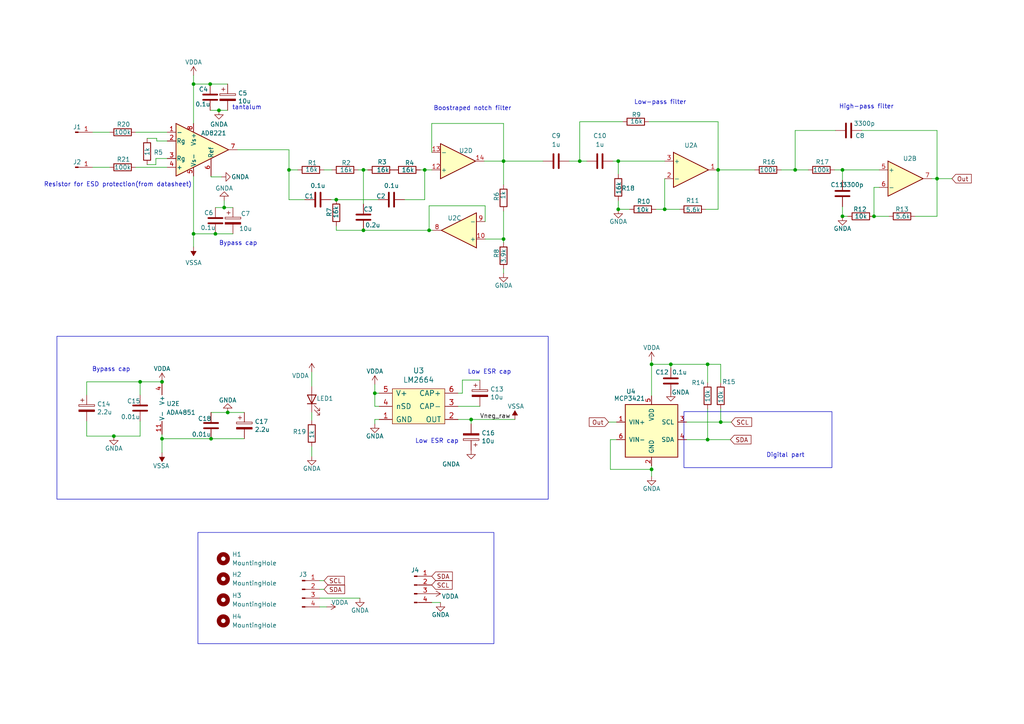
<source format=kicad_sch>
(kicad_sch (version 20230121) (generator eeschema)
  (paper "A4")
  (lib_symbols
    (symbol "Amplifier_Instrumentation:AD620" (pin_names (offset 0.127))
      (property "Reference" "U1" (at 12.446 4.1909 0))
      (property "Value" "AD620" (at 12.446 1.6509 0))
      (symbol "AD620_0_1"
        (polyline (pts (xy -7.62 7.62) (xy -7.62 -7.62) (xy 7.62 0) (xy -7.62 7.62)) (stroke (width 0.254)) (fill (type background)))
      )
      (symbol "AD620_1_1"
        (pin input line (at -10.16 5.08 0) (length 2.54) (name "-") (number "1"))
        (pin passive line (at -10.16 2.54 0) (length 2.54) (name "Rg") (number "2"))
        (pin passive line (at -10.16 -2.54 0) (length 2.54) (name "Rg") (number "3"))
        (pin input line (at -10.16 -5.08 0) (length 2.54) (name "+") (number "4"))
        (pin power_in line (at -2.54 -7.62 90) (length 2.54) (name "Vs-") (number "5"))
        (pin passive line (at 2.54 -7.62 90) (length 5.08) (name "Ref") (number "6"))
        (pin output line (at 10.16 0 180) (length 2.54) (name "~") (number "7"))
        (pin power_in line (at -2.54 7.62 270) (length 2.54) (name "Vs+") (number "8"))
      )
    )
    (symbol "Amplifier_Operational:LM2902" (pin_names (offset 0.127))
      (property "Reference" "U" (at 0 5.08 0))
      (property "Value" "LM2902" (at 0 -5.08 0))
      (symbol "LM2902_1_1"
        (polyline (pts (xy -5.08 5.08) (xy 5.08 0) (xy -5.08 -5.08) (xy -5.08 5.08)) (stroke (width 0.254)) (fill (type background)))
        (pin output line (at 7.62 0 180) (length 2.54) (name "~") (number "1"))
        (pin input line (at -7.62 -2.54 0) (length 2.54) (name "-") (number "2"))
        (pin input line (at -7.62 2.54 0) (length 2.54) (name "+") (number "3"))
      )
      (symbol "LM2902_2_1"
        (polyline (pts (xy -5.08 5.08) (xy 5.08 0) (xy -5.08 -5.08) (xy -5.08 5.08)) (stroke (width 0.254)) (fill (type background)))
        (pin input line (at -7.62 2.54 0) (length 2.54) (name "+") (number "5"))
        (pin input line (at -7.62 -2.54 0) (length 2.54) (name "-") (number "6"))
        (pin output line (at 7.62 0 180) (length 2.54) (name "~") (number "7"))
      )
      (symbol "LM2902_3_1"
        (polyline (pts (xy -5.08 5.08) (xy 5.08 0) (xy -5.08 -5.08) (xy -5.08 5.08)) (stroke (width 0.254)) (fill (type background)))
        (pin input line (at -7.62 2.54 0) (length 2.54) (name "+") (number "10"))
        (pin output line (at 7.62 0 180) (length 2.54) (name "~") (number "8"))
        (pin input line (at -7.62 -2.54 0) (length 2.54) (name "-") (number "9"))
      )
      (symbol "LM2902_4_1"
        (polyline (pts (xy -5.08 5.08) (xy 5.08 0) (xy -5.08 -5.08) (xy -5.08 5.08)) (stroke (width 0.254)) (fill (type background)))
        (pin input line (at -7.62 2.54 0) (length 2.54) (name "+") (number "12"))
        (pin input line (at -7.62 -2.54 0) (length 2.54) (name "-") (number "13"))
        (pin output line (at 7.62 0 180) (length 2.54) (name "~") (number "14"))
      )
      (symbol "LM2902_5_1"
        (pin power_in line (at -2.54 -7.62 90) (length 3.81) (name "V-") (number "11"))
        (pin power_in line (at -2.54 7.62 270) (length 3.81) (name "V+") (number "4"))
      )
    )
    (symbol "Analog_ADC:ADS1110" (pin_names (offset 1.016))
      (property "Reference" "U" (at -7.62 8.89 0))
      (property "Value" "ADS1110" (at 1.27 8.89 0))
      (symbol "ADS1110_0_1"
        (rectangle (start -7.62 7.62) (end 7.62 -7.62) (stroke (width 0.254)) (fill (type background)))
      )
      (symbol "ADS1110_1_1"
        (pin input line (at -10.16 2.54 0) (length 2.54) (name "VIN+") (number "1"))
        (pin power_in line (at 0 -10.16 90) (length 2.54) (name "GND") (number "2"))
        (pin input line (at 10.16 2.54 180) (length 2.54) (name "SCL") (number "3"))
        (pin bidirectional line (at 10.16 -2.54 180) (length 2.54) (name "SDA") (number "4"))
        (pin power_in line (at 0 10.16 270) (length 2.54) (name "VDD") (number "5"))
        (pin input line (at -10.16 -2.54 0) (length 2.54) (name "VIN-") (number "6"))
      )
    )
    (symbol "BioElectricalSensor-rescue:CP-Device" (pin_numbers hide) (pin_names (offset 0.254))
      (property "Reference" "C" (at 0.635 2.54 0))
      (property "Value" "CP-Device" (at 0.635 -2.54 0))
      (symbol "CP-Device_0_1"
        (rectangle (start -2.286 0.508) (end 2.286 1.016))
        (polyline (pts (xy -1.778 2.286) (xy -0.762 2.286)))
        (polyline (pts (xy -1.27 2.794) (xy -1.27 1.778)))
        (rectangle (start 2.286 -0.508) (end -2.286 -1.016) (fill (type outline)))
      )
      (symbol "CP-Device_1_1"
        (pin passive line (at 0 3.81 270) (length 2.794) (name "~") (number "1"))
        (pin passive line (at 0 -3.81 90) (length 2.794) (name "~") (number "2"))
      )
    )
    (symbol "C10418:LM2664" (pin_names (offset 1.016))
      (property "Reference" "U" (at -6.35 6.35 0))
      (property "Value" "LM2664" (at 0 -6.35 0))
      (symbol "LM2664_0_1"
        (rectangle (start -7.62 5.08) (end 7.62 -5.08) (fill (type background)))
      )
      (symbol "LM2664_1_1"
        (pin input line (at -11.43 -3.81 0) (length 3.81) (name "GND") (number "1"))
        (pin power_out line (at 11.43 -3.81 180) (length 3.81) (name "OUT") (number "2"))
        (pin input line (at 11.43 0 180) (length 3.81) (name "CAP-") (number "3"))
        (pin input line (at -11.43 0 0) (length 3.81) (name "nSD") (number "4"))
        (pin input line (at -11.43 3.81 0) (length 3.81) (name "V+") (number "5"))
        (pin input line (at 11.43 3.81 180) (length 3.81) (name "CAP+") (number "6"))
      )
    )
    (symbol "Connector:Conn_01x01_Pin" (pin_names (offset 1.016) hide)
      (property "Reference" "J" (at 0 2.54 0))
      (property "Value" "Conn_01x01_Pin" (at 0 -2.54 0))
      (symbol "Conn_01x01_Pin_1_1"
        (polyline (pts (xy 1.27 0) (xy 0.8636 0)) (stroke (width 0.1524)))
        (rectangle (start 0.8636 0.127) (end 0 -0.127) (stroke (width 0.1524)) (fill (type outline)))
        (pin passive line (at 5.08 0 180) (length 3.81) (name "Pin_1") (number "1"))
      )
    )
    (symbol "Connector:Conn_01x04_Pin" (pin_names (offset 1.016) hide)
      (property "Reference" "J" (at 0 5.08 0))
      (property "Value" "Conn_01x04_Pin" (at 0 -7.62 0))
      (symbol "Conn_01x04_Pin_1_1"
        (polyline (pts (xy 1.27 -5.08) (xy 0.8636 -5.08)) (stroke (width 0.1524)))
        (polyline (pts (xy 1.27 -2.54) (xy 0.8636 -2.54)) (stroke (width 0.1524)))
        (polyline (pts (xy 1.27 0) (xy 0.8636 0)) (stroke (width 0.1524)))
        (polyline (pts (xy 1.27 2.54) (xy 0.8636 2.54)) (stroke (width 0.1524)))
        (rectangle (start 0.8636 -4.953) (end 0 -5.207) (stroke (width 0.1524)) (fill (type outline)))
        (rectangle (start 0.8636 -2.413) (end 0 -2.667) (stroke (width 0.1524)) (fill (type outline)))
        (rectangle (start 0.8636 0.127) (end 0 -0.127) (stroke (width 0.1524)) (fill (type outline)))
        (rectangle (start 0.8636 2.667) (end 0 2.413) (stroke (width 0.1524)) (fill (type outline)))
        (pin passive line (at 5.08 2.54 180) (length 3.81) (name "Pin_1") (number "1"))
        (pin passive line (at 5.08 0 180) (length 3.81) (name "Pin_2") (number "2"))
        (pin passive line (at 5.08 -2.54 180) (length 3.81) (name "Pin_3") (number "3"))
        (pin passive line (at 5.08 -5.08 180) (length 3.81) (name "Pin_4") (number "4"))
      )
    )
    (symbol "Device:C" (pin_numbers hide) (pin_names (offset 0.254))
      (property "Reference" "C" (at 0.635 2.54 0))
      (property "Value" "C" (at 0.635 -2.54 0))
      (symbol "C_0_1"
        (polyline (pts (xy -2.032 -0.762) (xy 2.032 -0.762)) (stroke (width 0.508)))
        (polyline (pts (xy -2.032 0.762) (xy 2.032 0.762)) (stroke (width 0.508)))
      )
      (symbol "C_1_1"
        (pin passive line (at 0 3.81 270) (length 2.794) (name "~") (number "1"))
        (pin passive line (at 0 -3.81 90) (length 2.794) (name "~") (number "2"))
      )
    )
    (symbol "Device:R" (pin_numbers hide) (pin_names (offset 0))
      (property "Reference" "R" (at 2.032 0 90))
      (property "Value" "R" (at 0 0 90))
      (symbol "R_0_1"
        (rectangle (start -1.016 -2.54) (end 1.016 2.54) (stroke (width 0.254)))
      )
      (symbol "R_1_1"
        (pin passive line (at 0 3.81 270) (length 1.27) (name "~") (number "1"))
        (pin passive line (at 0 -3.81 90) (length 1.27) (name "~") (number "2"))
      )
    )
    (symbol "LED:IR26-21C_L110_TR8" (pin_numbers hide) (pin_names (offset 1.016) hide)
      (property "Reference" "D" (at 0 2.54 0))
      (property "Value" "IR26-21C_L110_TR8" (at 0 -3.81 0))
      (symbol "IR26-21C_L110_TR8_0_1"
        (polyline (pts (xy -1.27 -1.27) (xy -1.27 1.27)) (stroke (width 0.254)))
        (polyline (pts (xy -1.27 0) (xy 1.27 0)))
        (polyline (pts (xy 1.27 -1.27) (xy 1.27 1.27) (xy -1.27 0) (xy 1.27 -1.27)) (stroke (width 0.254)))
        (polyline (pts (xy -3.048 -0.762) (xy -4.572 -2.286) (xy -3.81 -2.286) (xy -4.572 -2.286) (xy -4.572 -1.524)))
        (polyline (pts (xy -1.778 -0.762) (xy -3.302 -2.286) (xy -2.54 -2.286) (xy -3.302 -2.286) (xy -3.302 -1.524)))
      )
      (symbol "IR26-21C_L110_TR8_1_1"
        (pin passive line (at -3.81 0 0) (length 2.54) (name "K") (number "1"))
        (pin passive line (at 3.81 0 180) (length 2.54) (name "A") (number "2"))
      )
    )
    (symbol "Mechanical:MountingHole" (pin_names (offset 1.016))
      (property "Reference" "H" (at 0 5.08 0))
      (property "Value" "MountingHole" (at 0 3.175 0))
      (symbol "MountingHole_0_1"
        (circle (center 0 0) (radius 1.27) (stroke (width 1.27)))
      )
    )
    (symbol "power:GNDA" (power) (pin_names (offset 0))
      (property "Value" "GNDA" (at 0 -3.81 0))
      (symbol "GNDA_0_1"
        (polyline (pts (xy 0 0) (xy 0 -1.27) (xy 1.27 -1.27) (xy 0 -2.54) (xy -1.27 -1.27) (xy 0 -1.27)))
      )
      (symbol "GNDA_1_1"
        (pin power_in line (at 0 0 270) (length 0) hide (name "GNDA") (number "1"))
      )
    )
    (symbol "power:VDDA" (power) (pin_names (offset 0))
      (property "Value" "VDDA" (at 0 3.81 0))
      (symbol "VDDA_0_1"
        (polyline (pts (xy -0.762 1.27) (xy 0 2.54)))
        (polyline (pts (xy 0 0) (xy 0 2.54)))
        (polyline (pts (xy 0 2.54) (xy 0.762 1.27)))
      )
      (symbol "VDDA_1_1"
        (pin power_in line (at 0 0 90) (length 0) hide (name "VDDA") (number "1"))
      )
    )
    (symbol "power:VSSA" (power) (pin_names (offset 0))
      (property "Value" "VSSA" (at 0 3.81 0))
      (symbol "VSSA_0_1"
        (polyline (pts (xy 0 0) (xy 0 2.54)))
        (polyline (pts (xy 0.762 1.27) (xy -0.762 1.27) (xy 0 2.54) (xy 0.762 1.27)) (fill (type outline)))
      )
      (symbol "VSSA_1_1"
        (pin power_in line (at 0 0 90) (length 0) hide (name "VSSA") (number "1"))
      )
    )
  )
  (junction (at 123.19 49.276))
  (junction (at 146.05 69.342))
  (junction (at 179.324 60.706))
  (junction (at 146.05 46.736))
  (junction (at 61.214 127.254))
  (junction (at 194.564 105.664))
  (junction (at 192.786 60.706))
  (junction (at 168.148 46.736))
  (junction (at 244.348 62.738))
  (junction (at 46.99 127.254))
  (junction (at 188.976 136.144))
  (junction (at 208.28 49.276))
  (junction (at 83.82 49.276))
  (junction (at 40.64 110.744))
  (junction (at 124.46 66.802))
  (junction (at 253.492 62.738))
  (junction (at 62.484 67.818))
  (junction (at 108.712 114.046))
  (junction (at 63.5 32.004))
  (junction (at 205.232 127.508))
  (junction (at 271.78 51.816))
  (junction (at 179.324 46.736))
  (junction (at 105.41 49.276))
  (junction (at 136.652 121.666))
  (junction (at 97.536 57.912))
  (junction (at 230.632 49.276))
  (junction (at 105.41 66.802))
  (junction (at 65.024 60.198))
  (junction (at 46.99 110.744))
  (junction (at 66.04 119.634))
  (junction (at 209.042 122.428))
  (junction (at 205.232 105.664))
  (junction (at 56.134 67.818))
  (junction (at 188.976 105.664))
  (junction (at 56.134 24.384))
  (junction (at 60.96 24.384))
  (junction (at 244.348 49.276))
  (junction (at 33.02 126.492))
  (wire (pts (xy 146.05 35.814) (xy 146.05 46.736)))
  (wire (pts (xy 146.05 77.978) (xy 146.05 79.248)))
  (wire (pts (xy 134.112 114.046) (xy 134.112 110.236)))
  (wire (pts (xy 124.46 59.69) (xy 124.46 66.802)))
  (wire (pts (xy 205.232 105.664) (xy 209.042 105.664)))
  (wire (pts (xy 188.976 105.664) (xy 194.564 105.664)))
  (wire (pts (xy 146.05 69.342) (xy 146.05 70.358)))
  (wire (pts (xy 253.492 62.738) (xy 257.81 62.738)))
  (wire (pts (xy 40.64 114.554) (xy 40.64 110.744)))
  (wire (pts (xy 97.536 57.912) (xy 109.728 57.912)))
  (wire (pts (xy 108.712 114.046) (xy 109.982 114.046)))
  (wire (pts (xy 165.1 46.736) (xy 168.148 46.736)))
  (wire (pts (xy 63.5 32.004) (xy 66.04 32.004)))
  (wire (pts (xy 271.78 51.816) (xy 271.78 62.738)))
  (wire (pts (xy 205.232 118.618) (xy 205.232 127.508)))
  (wire (pts (xy 56.134 24.384) (xy 56.134 35.814)))
  (wire (pts (xy 39.37 48.514) (xy 48.514 48.514)))
  (wire (pts (xy 66.04 119.634) (xy 70.866 119.634)))
  (wire (pts (xy 39.37 38.354) (xy 48.514 38.354)))
  (wire (pts (xy 244.348 59.944) (xy 244.348 62.738)))
  (wire (pts (xy 178.816 122.428) (xy 176.53 122.428)))
  (wire (pts (xy 46.99 127.254) (xy 46.99 131.318)))
  (wire (pts (xy 132.842 114.046) (xy 134.112 114.046)))
  (wire (pts (xy 244.348 62.738) (xy 245.872 62.738)))
  (wire (pts (xy 93.98 168.402) (xy 92.71 168.402)))
  (wire (pts (xy 94.742 176.022) (xy 92.71 176.022)))
  (wire (pts (xy 209.042 118.618) (xy 209.042 122.428)))
  (wire (pts (xy 179.324 46.736) (xy 192.786 46.736)))
  (wire (pts (xy 271.78 62.738) (xy 265.43 62.738)))
  (wire (pts (xy 96.012 57.912) (xy 97.536 57.912)))
  (wire (pts (xy 45.212 47.752) (xy 42.672 47.752)))
  (wire (pts (xy 208.28 35.306) (xy 208.28 49.276)))
  (wire (pts (xy 271.78 51.816) (xy 276.098 51.816)))
  (wire (pts (xy 146.05 46.736) (xy 146.05 53.594)))
  (wire (pts (xy 255.016 54.356) (xy 253.492 54.356)))
  (wire (pts (xy 199.136 127.508) (xy 205.232 127.508)))
  (wire (pts (xy 105.41 66.802) (xy 124.46 66.802)))
  (wire (pts (xy 108.712 122.936) (xy 108.712 121.666)))
  (wire (pts (xy 180.594 35.306) (xy 168.148 35.306)))
  (wire (pts (xy 90.424 107.95) (xy 90.424 112.014)))
  (wire (pts (xy 108.712 117.856) (xy 109.982 117.856)))
  (wire (pts (xy 139.192 117.856) (xy 132.842 117.856)))
  (wire (pts (xy 25.146 114.554) (xy 25.146 110.744)))
  (wire (pts (xy 56.134 51.054) (xy 56.134 67.818)))
  (wire (pts (xy 26.924 48.514) (xy 31.75 48.514)))
  (wire (pts (xy 56.134 67.818) (xy 56.134 71.628)))
  (wire (pts (xy 124.46 66.802) (xy 125.476 66.802)))
  (wire (pts (xy 40.64 122.174) (xy 40.64 126.492)))
  (wire (pts (xy 168.148 46.736) (xy 170.18 46.736)))
  (wire (pts (xy 61.214 51.308) (xy 61.214 51.054)))
  (wire (pts (xy 127.762 174.752) (xy 125.222 174.752)))
  (wire (pts (xy 125.222 44.196) (xy 125.222 35.814)))
  (wire (pts (xy 123.19 57.912) (xy 123.19 49.276)))
  (wire (pts (xy 62.484 67.818) (xy 67.564 67.818)))
  (wire (pts (xy 204.724 60.706) (xy 208.28 60.706)))
  (wire (pts (xy 108.712 121.666) (xy 109.982 121.666)))
  (wire (pts (xy 168.148 35.306) (xy 168.148 46.736)))
  (wire (pts (xy 177.038 136.144) (xy 188.976 136.144)))
  (wire (pts (xy 192.786 60.706) (xy 197.104 60.706)))
  (wire (pts (xy 68.834 43.434) (xy 83.82 43.434)))
  (wire (pts (xy 103.886 49.276) (xy 105.41 49.276)))
  (wire (pts (xy 270.256 51.816) (xy 271.78 51.816)))
  (wire (pts (xy 83.82 43.434) (xy 83.82 49.276)))
  (wire (pts (xy 194.564 113.792) (xy 194.564 114.3)))
  (wire (pts (xy 45.212 45.974) (xy 48.514 45.974)))
  (wire (pts (xy 105.41 49.276) (xy 105.41 59.182)))
  (wire (pts (xy 62.484 60.198) (xy 65.024 60.198)))
  (wire (pts (xy 64.262 51.308) (xy 61.214 51.308)))
  (wire (pts (xy 125.222 35.814) (xy 146.05 35.814)))
  (wire (pts (xy 45.466 40.894) (xy 45.466 40.132)))
  (wire (pts (xy 188.976 135.128) (xy 188.976 136.144)))
  (wire (pts (xy 209.042 110.998) (xy 209.042 105.664)))
  (wire (pts (xy 108.712 114.046) (xy 108.712 117.856)))
  (wire (pts (xy 140.462 46.736) (xy 146.05 46.736)))
  (wire (pts (xy 140.716 59.69) (xy 124.46 59.69)))
  (wire (pts (xy 65.024 58.166) (xy 65.024 60.198)))
  (wire (pts (xy 244.348 49.276) (xy 244.348 52.324)))
  (wire (pts (xy 177.038 127.508) (xy 178.816 127.508)))
  (wire (pts (xy 33.02 126.492) (xy 40.64 126.492)))
  (wire (pts (xy 83.82 57.912) (xy 88.392 57.912)))
  (wire (pts (xy 249.936 37.846) (xy 271.78 37.846)))
  (wire (pts (xy 90.424 121.92) (xy 90.424 119.634)))
  (wire (pts (xy 136.652 121.666) (xy 149.352 121.666)))
  (wire (pts (xy 242.316 37.846) (xy 230.632 37.846)))
  (wire (pts (xy 140.716 64.262) (xy 140.716 59.69)))
  (wire (pts (xy 96.266 49.276) (xy 93.98 49.276)))
  (wire (pts (xy 194.564 105.664) (xy 205.232 105.664)))
  (wire (pts (xy 177.038 127.508) (xy 177.038 136.144)))
  (wire (pts (xy 83.82 49.276) (xy 86.36 49.276)))
  (wire (pts (xy 25.146 126.492) (xy 33.02 126.492)))
  (wire (pts (xy 104.394 173.482) (xy 92.71 173.482)))
  (wire (pts (xy 179.324 60.706) (xy 182.626 60.706)))
  (wire (pts (xy 177.8 46.736) (xy 179.324 46.736)))
  (wire (pts (xy 83.82 49.276) (xy 83.82 57.912)))
  (wire (pts (xy 208.28 49.276) (xy 208.026 49.276)))
  (wire (pts (xy 230.632 49.276) (xy 234.442 49.276)))
  (wire (pts (xy 125.222 49.276) (xy 123.19 49.276)))
  (wire (pts (xy 45.466 40.132) (xy 42.672 40.132)))
  (wire (pts (xy 26.924 38.354) (xy 31.75 38.354)))
  (wire (pts (xy 192.786 60.706) (xy 190.246 60.706)))
  (wire (pts (xy 188.976 105.664) (xy 188.976 114.808)))
  (wire (pts (xy 188.976 136.144) (xy 188.976 138.176)))
  (wire (pts (xy 93.98 170.942) (xy 92.71 170.942)))
  (wire (pts (xy 208.28 49.276) (xy 218.948 49.276)))
  (wire (pts (xy 230.632 37.846) (xy 230.632 49.276)))
  (wire (pts (xy 209.042 122.428) (xy 212.09 122.428)))
  (wire (pts (xy 271.78 37.846) (xy 271.78 51.816)))
  (wire (pts (xy 205.232 105.664) (xy 205.232 110.998)))
  (wire (pts (xy 46.99 127.254) (xy 61.214 127.254)))
  (wire (pts (xy 136.652 121.666) (xy 132.842 121.666)))
  (wire (pts (xy 25.146 110.744) (xy 40.64 110.744)))
  (wire (pts (xy 226.568 49.276) (xy 230.632 49.276)))
  (wire (pts (xy 192.786 51.816) (xy 192.786 60.706)))
  (wire (pts (xy 140.716 69.342) (xy 146.05 69.342)))
  (wire (pts (xy 134.112 110.236) (xy 139.192 110.236)))
  (wire (pts (xy 65.024 60.198) (xy 67.564 60.198)))
  (wire (pts (xy 45.212 45.974) (xy 45.212 47.752)))
  (wire (pts (xy 60.96 24.384) (xy 66.04 24.384)))
  (wire (pts (xy 253.492 54.356) (xy 253.492 62.738)))
  (wire (pts (xy 179.324 46.736) (xy 179.324 50.546)))
  (wire (pts (xy 188.214 35.306) (xy 208.28 35.306)))
  (wire (pts (xy 208.28 60.706) (xy 208.28 49.276)))
  (wire (pts (xy 46.99 125.984) (xy 46.99 127.254)))
  (wire (pts (xy 188.976 104.648) (xy 188.976 105.664)))
  (wire (pts (xy 56.134 21.844) (xy 56.134 24.384)))
  (wire (pts (xy 242.062 49.276) (xy 244.348 49.276)))
  (wire (pts (xy 25.146 122.174) (xy 25.146 126.492)))
  (wire (pts (xy 105.41 49.276) (xy 106.68 49.276)))
  (wire (pts (xy 179.324 58.166) (xy 179.324 60.706)))
  (wire (pts (xy 108.712 111.506) (xy 108.712 114.046)))
  (wire (pts (xy 60.96 24.384) (xy 56.134 24.384)))
  (wire (pts (xy 146.05 61.214) (xy 146.05 69.342)))
  (wire (pts (xy 48.514 40.894) (xy 45.466 40.894)))
  (wire (pts (xy 117.348 57.912) (xy 123.19 57.912)))
  (wire (pts (xy 97.536 65.532) (xy 97.536 66.802)))
  (wire (pts (xy 194.564 106.68) (xy 194.564 105.664)))
  (wire (pts (xy 123.19 49.276) (xy 121.92 49.276)))
  (wire (pts (xy 244.348 49.276) (xy 255.016 49.276)))
  (wire (pts (xy 199.136 122.428) (xy 209.042 122.428)))
  (wire (pts (xy 90.424 129.54) (xy 90.424 132.334)))
  (wire (pts (xy 40.64 110.744) (xy 46.99 110.744)))
  (wire (pts (xy 56.134 67.818) (xy 62.484 67.818)))
  (wire (pts (xy 97.536 66.802) (xy 105.41 66.802)))
  (wire (pts (xy 146.05 46.736) (xy 157.48 46.736)))
  (wire (pts (xy 136.652 122.936) (xy 136.652 121.666)))
  (wire (pts (xy 60.96 32.004) (xy 63.5 32.004)))
  (wire (pts (xy 61.214 127.254) (xy 70.866 127.254)))
  (wire (pts (xy 205.232 127.508) (xy 211.836 127.508)))
  (wire (pts (xy 61.214 119.634) (xy 66.04 119.634)))
  (rectangle (start 198.374 119.38) (end 241.3 135.636))
  (rectangle (start 16.51 97.536) (end 159.004 144.78))
  (rectangle (start 57.404 154.432) (end 143.256 186.69))
  (text "Bypass cap" (at 63.5 71.374 0) (effects (font (size 1.27 1.27)) (justify left bottom)))
  (text "Low ESR cap\n\n" (at 135.636 110.744 0) (effects (font (size 1.27 1.27)) (justify left bottom)))
  (text "Resistor for ESD protection(from datasheet)\n" (at 12.7 54.356 0) (effects (font (size 1.27 1.27)) (justify left bottom)))
  (text "Low ESR cap\n\n" (at 120.396 130.81 0) (effects (font (size 1.27 1.27)) (justify left bottom)))
  (text "Boostraped notch filter" (at 125.73 32.258 0) (effects (font (size 1.27 1.27)) (justify left bottom)))
  (text "tantalum\n" (at 67.31 32.004 0) (effects (font (size 1.27 1.27)) (justify left bottom)))
  (text "Digital part" (at 222.25 132.842 0) (effects (font (size 1.27 1.27)) (justify left bottom)))
  (text "Bypass cap" (at 26.67 107.95 0) (effects (font (size 1.27 1.27)) (justify left bottom)))
  (text "Low-pass filter\n" (at 183.896 30.48 0) (effects (font (size 1.27 1.27)) (justify left bottom)))
  (text "High-pass filter\n" (at 243.332 31.75 0) (effects (font (size 1.27 1.27)) (justify left bottom)))
  (label "Vneg_raw" (at 148.082 121.666 180))
  (global_label "Out" (shape input) (at 276.098 51.816 0) (property "Intersheetrefs" "${INTERSHEET_REFS}" (effects hide)))
  (global_label "SDA" (shape input) (at 93.98 170.942 0) (property "Intersheetrefs" "${INTERSHEET_REFS}" (effects hide)))
  (global_label "SCL" (shape input) (at 212.09 122.428 0) (property "Intersheetrefs" "${INTERSHEET_REFS}" (effects hide)))
  (global_label "SDA" (shape input) (at 125.222 167.132 0) (property "Intersheetrefs" "${INTERSHEET_REFS}" (effects hide)))
  (global_label "SCL" (shape input) (at 125.222 169.672 0) (property "Intersheetrefs" "${INTERSHEET_REFS}" (effects hide)))
  (global_label "SDA" (shape input) (at 211.836 127.508 0) (property "Intersheetrefs" "${INTERSHEET_REFS}" (effects hide)))
  (global_label "SCL" (shape input) (at 93.98 168.402 0) (property "Intersheetrefs" "${INTERSHEET_REFS}" (effects hide)))
  (global_label "Out" (shape input) (at 176.53 122.428 180) (property "Intersheetrefs" "${INTERSHEET_REFS}" (effects hide)))
  (symbol (lib_id "Device:R") (at 238.252 49.276 90) (unit 1)
    (property "Reference" "R17" (at 238.506 46.99 90))
    (property "Value" "100k" (at 238.252 49.276 90))
    (property "Footprint" "Resistor_SMD:R_0603_1608Metric_Pad0.98x0.95mm_HandSolder" (effects hide))
  )
  (symbol (lib_id "BioElectricalSensor-rescue:CP-Device") (at 25.146 118.364 0) (unit 1)
    (property "Reference" "C14" (at 28.1432 117.1956 0) (effects (justify left)))
    (property "Value" "2.2u" (at 28.1432 119.507 0) (effects (justify left)))
    (property "Footprint" "Capacitor_Tantalum_SMD:CP_EIA-3216-18_Kemet-A" (effects hide))
    (property "LCSC" "C40894" (effects hide))
  )
  (symbol (lib_id "C10418:LM2664") (at 121.412 117.856 0) (unit 1)
    (property "Reference" "U3" (at 121.412 107.4928 0) (effects (font (size 1.524 1.524))))
    (property "Value" "LM2664" (at 121.412 110.1852 0) (effects (font (size 1.524 1.524))))
    (property "Footprint" "Package_TO_SOT_SMD:SOT-23-6_Handsoldering" (effects hide))
    (property "LCSC" "C108573" (effects hide))
  )
  (symbol (lib_id "Device:R") (at 118.11 49.276 90) (unit 1)
    (property "Reference" "R4" (at 120.142 47.244 90) (effects (justify left)))
    (property "Value" "16k" (at 120.142 49.276 90) (effects (justify left)))
    (property "Footprint" "Resistor_SMD:R_0603_1608Metric_Pad0.98x0.95mm_HandSolder" (effects hide))
  )
  (symbol (lib_id "Device:R") (at 110.49 49.276 270) (unit 1)
    (property "Reference" "R3" (at 109.474 46.99 90) (effects (justify left)))
    (property "Value" "16k" (at 109.22 49.276 90) (effects (justify left)))
    (property "Footprint" "Resistor_SMD:R_0603_1608Metric_Pad0.98x0.95mm_HandSolder" (effects hide))
  )
  (symbol (lib_id "Device:R") (at 205.232 114.808 180) (unit 1)
    (property "Reference" "R14" (at 204.47 110.998 0) (effects (justify left)))
    (property "Value" "10k" (at 205.232 113.03 90) (effects (justify left)))
    (property "Footprint" "Resistor_SMD:R_0603_1608Metric_Pad0.98x0.95mm_HandSolder" (effects hide))
  )
  (symbol (lib_id "Device:R") (at 100.076 49.276 270) (unit 1)
    (property "Reference" "R2" (at 99.06 47.244 90) (effects (justify left)))
    (property "Value" "16k" (at 98.552 49.276 90) (effects (justify left)))
    (property "Footprint" "Resistor_SMD:R_0603_1608Metric_Pad0.98x0.95mm_HandSolder" (effects hide))
  )
  (symbol (lib_id "power:VDDA") (at 188.976 104.648 0) (unit 1)
    (property "Reference" "#PWR022" (effects hide))
    (property "Value" "VDDA" (at 188.976 100.838 0))
  )
  (symbol (lib_id "Mechanical:MountingHole") (at 64.77 167.894 0) (unit 1)
    (property "Reference" "H2" (at 67.31 166.624 0) (effects (justify left)))
    (property "Value" "MountingHole" (at 67.31 169.164 0) (effects (justify left)))
    (property "Footprint" "MountingHole:MountingHole_2.1mm" (effects hide))
  )
  (symbol (lib_id "Device:C") (at 105.41 62.992 180) (unit 1)
    (property "Reference" "C3" (at 105.41 60.706 0) (effects (justify right)))
    (property "Value" "0.2u" (at 105.918 65.278 0) (effects (justify right)))
    (property "Footprint" "Resistor_SMD:R_0603_1608Metric_Pad0.98x0.95mm_HandSolder" (effects hide))
  )
  (symbol (lib_id "Mechanical:MountingHole") (at 64.77 173.99 0) (unit 1)
    (property "Reference" "H3" (at 67.31 172.72 0) (effects (justify left)))
    (property "Value" "MountingHole" (at 67.31 175.26 0) (effects (justify left)))
    (property "Footprint" "MountingHole:MountingHole_2.1mm" (effects hide))
  )
  (symbol (lib_id "power:VDDA") (at 125.222 172.212 270) (unit 1)
    (property "Reference" "#PWR021" (effects hide))
    (property "Value" "VDDA" (at 130.556 172.974 90))
  )
  (symbol (lib_id "Device:C") (at 113.538 57.912 90) (unit 1)
    (property "Reference" "C2" (at 110.49 56.896 90))
    (property "Value" "0.1u" (at 113.538 53.848 90))
    (property "Footprint" "Resistor_SMD:R_0603_1608Metric_Pad0.98x0.95mm_HandSolder" (effects hide))
  )
  (symbol (lib_id "power:VSSA") (at 149.352 121.666 0) (unit 1)
    (property "Reference" "#PWR027" (effects hide))
    (property "Value" "VSSA" (at 149.606 117.856 0))
  )
  (symbol (lib_id "Device:R") (at 42.672 43.942 0) (unit 1)
    (property "Reference" "R5" (at 44.577 44.196 0) (effects (justify left)))
    (property "Value" "1k" (at 42.672 45.212 90) (effects (justify left)))
    (property "Footprint" "Resistor_SMD:R_0603_1608Metric_Pad0.98x0.95mm_HandSolder" (effects hide))
  )
  (symbol (lib_id "Device:R") (at 35.56 48.514 90) (unit 1)
    (property "Reference" "R21" (at 35.814 46.228 90))
    (property "Value" "100k" (at 35.56 48.514 90))
    (property "Footprint" "Resistor_SMD:R_0603_1608Metric_Pad0.98x0.95mm_HandSolder" (effects hide))
  )
  (symbol (lib_id "power:GNDA") (at 244.348 62.738 0) (unit 1)
    (property "Reference" "#PWR017" (effects hide))
    (property "Value" "GNDA" (at 244.348 66.294 0))
  )
  (symbol (lib_id "power:VDDA") (at 56.134 21.844 0) (unit 1)
    (property "Reference" "#PWR01" (effects hide))
    (property "Value" "VDDA" (at 56.134 18.034 0))
  )
  (symbol (lib_id "power:GNDA") (at 66.04 119.634 180) (unit 1)
    (property "Reference" "#PWR019" (effects hide))
    (property "Value" "GNDA" (at 66.04 116.078 0))
  )
  (symbol (lib_id "power:VDDA") (at 108.712 111.506 0) (unit 1)
    (property "Reference" "#PWR028" (effects hide))
    (property "Value" "VDDA" (at 108.712 107.696 0))
  )
  (symbol (lib_id "power:GNDA") (at 108.712 122.936 0) (unit 1)
    (property "Reference" "#PWR020" (effects hide))
    (property "Value" "GNDA" (at 108.712 126.492 0))
  )
  (symbol (lib_id "BioElectricalSensor-rescue:CP-Device") (at 139.192 114.046 0) (unit 1)
    (property "Reference" "C13" (at 142.1892 112.8776 0) (effects (justify left)))
    (property "Value" "10u" (at 142.1892 115.189 0) (effects (justify left)))
    (property "Footprint" "Resistor_SMD:R_0603_1608Metric_Pad0.98x0.95mm_HandSolder" (effects hide))
    (property "LCSC" "C40894" (effects hide))
  )
  (symbol (lib_id "BioElectricalSensor-rescue:CP-Device") (at 66.04 28.194 0) (unit 1)
    (property "Reference" "C5" (at 69.0372 27.0256 0) (effects (justify left)))
    (property "Value" "10u" (at 69.0372 29.337 0) (effects (justify left)))
    (property "Footprint" "Capacitor_Tantalum_SMD:CP_EIA-3216-18_Kemet-A" (effects hide))
    (property "LCSC" "C40894" (effects hide))
  )
  (symbol (lib_id "Device:R") (at 146.05 74.168 180) (unit 1)
    (property "Reference" "R8" (at 144.018 72.136 90) (effects (justify left)))
    (property "Value" "3.9k" (at 146.05 72.136 90) (effects (justify left)))
    (property "Footprint" "Resistor_SMD:R_0603_1608Metric_Pad0.98x0.95mm_HandSolder" (effects hide))
  )
  (symbol (lib_id "Device:R") (at 209.042 114.808 180) (unit 1)
    (property "Reference" "R15" (at 213.36 110.744 0) (effects (justify left)))
    (property "Value" "10k" (at 209.042 113.284 90) (effects (justify left)))
    (property "Footprint" "Resistor_SMD:R_0603_1608Metric_Pad0.98x0.95mm_HandSolder" (effects hide))
  )
  (symbol (lib_id "LED:IR26-21C_L110_TR8") (at 90.424 115.824 90) (unit 1)
    (property "Reference" "LED1" (at 94.234 115.57 90))
    (property "Value" "IR26-21C_L110_TR8" (effects hide))
    (property "Footprint" "LED_SMD:LED_0603_1608Metric_Pad1.05x0.95mm_HandSolder" (effects hide))
    (property "Datasheet" "http://www.everlight.com/file/ProductFile/IR26-21C-L110-TR8.pdf" (effects hide))
  )
  (symbol (lib_id "Amplifier_Operational:LM2902") (at 133.096 66.802 180) (unit 3)
    (property "Reference" "U2" (at 131.826 63.246 0))
    (property "Value" "ADA4851" (effects hide))
    (property "Footprint" "Package_SO:SSOP-14_5.3x6.2mm_P0.65mm" (effects hide))
    (property "Datasheet" "http://www.ti.com/lit/ds/symlink/lm2902-n.pdf" (effects hide))
  )
  (symbol (lib_id "Device:C") (at 246.126 37.846 270) (unit 1)
    (property "Reference" "C8" (at 249.428 39.37 90))
    (property "Value" "3300p" (at 250.698 35.814 90))
    (property "Footprint" "Resistor_SMD:R_0603_1608Metric_Pad0.98x0.95mm_HandSolder" (effects hide))
  )
  (symbol (lib_id "Device:R") (at 97.536 61.722 180) (unit 1)
    (property "Reference" "R7" (at 95.504 60.198 90) (effects (justify left)))
    (property "Value" "16k" (at 97.409 59.69 90) (effects (justify left)))
    (property "Footprint" "Resistor_SMD:R_0603_1608Metric_Pad0.98x0.95mm_HandSolder" (effects hide))
  )
  (symbol (lib_id "Amplifier_Operational:LM2902") (at 49.53 118.364 0) (unit 5)
    (property "Reference" "U2" (at 48.26 117.094 0) (effects (justify left)))
    (property "Value" "ADA4851" (at 48.26 119.634 0) (effects (justify left)))
    (property "Footprint" "Package_SO:SSOP-14_5.3x6.2mm_P0.65mm" (effects hide))
    (property "Datasheet" "http://www.ti.com/lit/ds/symlink/lm2902-n.pdf" (effects hide))
  )
  (symbol (lib_id "Mechanical:MountingHole") (at 64.77 180.086 0) (unit 1)
    (property "Reference" "H4" (at 67.31 178.816 0) (effects (justify left)))
    (property "Value" "MountingHole" (at 67.31 181.356 0) (effects (justify left)))
    (property "Footprint" "MountingHole:MountingHole_2.1mm" (effects hide))
  )
  (symbol (lib_id "power:GNDA") (at 104.394 173.482 0) (unit 1)
    (property "Reference" "#PWR016" (effects hide))
    (property "Value" "GNDA" (at 104.394 177.038 0))
  )
  (symbol (lib_id "Device:R") (at 90.424 125.73 0) (mirror x) (unit 1)
    (property "Reference" "R19" (at 86.868 125.222 0))
    (property "Value" "1k" (at 90.424 125.984 90))
    (property "Footprint" "Resistor_SMD:R_0603_1608Metric_Pad0.98x0.95mm_HandSolder" (effects hide))
  )
  (symbol (lib_id "Device:C") (at 62.484 64.008 180) (unit 1)
    (property "Reference" "C6" (at 59.182 61.722 0) (effects (justify right)))
    (property "Value" "0.1u" (at 58.166 66.04 0) (effects (justify right)))
    (property "Footprint" "Resistor_SMD:R_0603_1608Metric_Pad0.98x0.95mm_HandSolder" (effects hide))
  )
  (symbol (lib_id "Analog_ADC:ADS1110") (at 188.976 124.968 0) (unit 1)
    (property "Reference" "U4" (at 181.61 113.538 0) (effects (justify left)))
    (property "Value" "MCP3421" (at 178.054 115.57 0) (effects (justify left)))
    (property "Footprint" "Package_TO_SOT_SMD:SOT-23-6_Handsoldering" (effects hide))
    (property "Datasheet" "http://www.ti.com/lit/ds/symlink/ads1110.pdf" (effects hide))
  )
  (symbol (lib_id "power:GNDA") (at 194.564 113.792 0) (unit 1)
    (property "Reference" "#PWR011" (effects hide))
    (property "Value" "GNDA" (at 197.358 113.792 0))
  )
  (symbol (lib_id "Device:R") (at 35.56 38.354 90) (unit 1)
    (property "Reference" "R20" (at 35.814 36.068 90))
    (property "Value" "100k" (at 35.56 38.354 90))
    (property "Footprint" "Resistor_SMD:R_0603_1608Metric_Pad0.98x0.95mm_HandSolder" (effects hide))
  )
  (symbol (lib_id "Device:C") (at 244.348 56.134 180) (unit 1)
    (property "Reference" "C11" (at 242.824 53.594 0))
    (property "Value" "3300p" (at 247.396 53.594 0))
    (property "Footprint" "Resistor_SMD:R_0603_1608Metric_Pad0.98x0.95mm_HandSolder" (effects hide))
  )
  (symbol (lib_id "power:VDDA") (at 94.742 176.022 270) (unit 1)
    (property "Reference" "#PWR010" (effects hide))
    (property "Value" "VDDA" (at 98.552 174.752 90))
  )
  (symbol (lib_id "Connector:Conn_01x04_Pin") (at 120.142 169.672 0) (unit 1)
    (property "Reference" "J4" (at 120.396 165.354 0))
    (property "Value" "Conn_01x04_Pin" (effects hide))
    (property "Footprint" "Connector_JST:JST_PH_B4B-PH-K_1x04_P2.00mm_Vertical" (effects hide))
  )
  (symbol (lib_id "power:GNDA") (at 33.02 126.492 0) (unit 1)
    (property "Reference" "#PWR018" (effects hide))
    (property "Value" "GNDA" (at 33.02 130.048 0))
  )
  (symbol (lib_id "Device:R") (at 186.436 60.706 90) (unit 1)
    (property "Reference" "R10" (at 186.69 58.42 90))
    (property "Value" "10k" (at 186.436 60.833 90))
    (property "Footprint" "Resistor_SMD:R_0603_1608Metric_Pad0.98x0.95mm_HandSolder" (effects hide))
  )
  (symbol (lib_id "Amplifier_Operational:LM2902") (at 262.636 51.816 0) (unit 2)
    (property "Reference" "U2" (at 263.906 45.974 0))
    (property "Value" "ADA4851" (effects hide))
    (property "Footprint" "Package_SO:SSOP-14_5.3x6.2mm_P0.65mm" (effects hide))
    (property "Datasheet" "http://www.ti.com/lit/ds/symlink/lm2902-n.pdf" (effects hide))
  )
  (symbol (lib_id "Device:C") (at 194.564 110.49 180) (unit 1)
    (property "Reference" "C12" (at 192.024 107.95 0))
    (property "Value" "0.1u" (at 197.104 107.95 0))
    (property "Footprint" "Resistor_SMD:R_0603_1608Metric_Pad0.98x0.95mm_HandSolder" (effects hide))
  )
  (symbol (lib_id "power:VDDA") (at 46.99 110.744 0) (unit 1)
    (property "Reference" "#PWR023" (effects hide))
    (property "Value" "VDDA" (at 46.99 106.934 0))
  )
  (symbol (lib_id "Connector:Conn_01x04_Pin") (at 87.63 170.942 0) (unit 1)
    (property "Reference" "J3" (at 87.884 166.624 0))
    (property "Value" "Conn_01x04_Pin" (effects hide))
    (property "Footprint" "Connector_JST:JST_PH_B4B-PH-K_1x04_P2.00mm_Vertical" (effects hide))
  )
  (symbol (lib_id "Device:R") (at 90.17 49.276 90) (unit 1)
    (property "Reference" "R1" (at 91.948 47.244 90) (effects (justify left)))
    (property "Value" "16k" (at 92.202 49.149 90) (effects (justify left)))
    (property "Footprint" "Resistor_SMD:R_0603_1608Metric_Pad0.98x0.95mm_HandSolder" (effects hide))
  )
  (symbol (lib_id "Connector:Conn_01x01_Pin") (at 21.844 38.354 0) (unit 1)
    (property "Reference" "J1" (at 22.352 36.83 0))
    (property "Value" "Conn_01x01_Pin" (effects hide))
    (property "Footprint" "MountingHole:MountingHole_4.3mm_M4_DIN965_Pad_TopOnly" (effects hide))
  )
  (symbol (lib_id "BioElectricalSensor-rescue:CP-Device") (at 70.866 123.444 0) (unit 1)
    (property "Reference" "C17" (at 73.8632 122.2756 0) (effects (justify left)))
    (property "Value" "2.2u" (at 73.8632 124.587 0) (effects (justify left)))
    (property "Footprint" "Capacitor_Tantalum_SMD:CP_EIA-3216-18_Kemet-A" (effects hide))
    (property "LCSC" "C40894" (effects hide))
  )
  (symbol (lib_id "Device:R") (at 261.62 62.738 90) (unit 1)
    (property "Reference" "R13" (at 261.62 60.706 90))
    (property "Value" "5.6k" (at 261.874 62.738 90))
    (property "Footprint" "Resistor_SMD:R_0603_1608Metric_Pad0.98x0.95mm_HandSolder" (effects hide))
  )
  (symbol (lib_id "power:GNDA") (at 63.5 32.004 0) (unit 1)
    (property "Reference" "#PWR02" (effects hide))
    (property "Value" "GNDA" (at 63.5 36.068 0))
  )
  (symbol (lib_id "Device:R") (at 249.682 62.738 270) (unit 1)
    (property "Reference" "R12" (at 249.428 60.706 90))
    (property "Value" "10k" (at 249.682 62.738 90))
    (property "Footprint" "Resistor_SMD:R_0603_1608Metric_Pad0.98x0.95mm_HandSolder" (effects hide))
  )
  (symbol (lib_id "power:GNDA") (at 136.652 130.556 0) (unit 1)
    (property "Reference" "#PWR026" (effects hide))
    (property "Value" "GNDA" (at 130.81 134.62 0))
  )
  (symbol (lib_id "Device:R") (at 179.324 54.356 180) (unit 1)
    (property "Reference" "R18" (at 184.15 54.61 0) (effects (justify left)))
    (property "Value" "16k" (at 179.451 52.705 90) (effects (justify left)))
    (property "Footprint" "Resistor_SMD:R_0603_1608Metric_Pad0.98x0.95mm_HandSolder" (effects hide))
  )
  (symbol (lib_id "Amplifier_Operational:LM2902") (at 200.406 49.276 0) (unit 1)
    (property "Reference" "U2" (at 200.406 42.164 0))
    (property "Value" "ADA4851" (effects hide))
    (property "Footprint" "Package_SO:SSOP-14_5.3x6.2mm_P0.65mm" (effects hide))
    (property "Datasheet" "http://www.ti.com/lit/ds/symlink/lm2902-n.pdf" (effects hide))
  )
  (symbol (lib_id "Device:R") (at 200.914 60.706 90) (unit 1)
    (property "Reference" "R11" (at 200.914 58.166 90))
    (property "Value" "5.6k" (at 201.041 60.833 90))
    (property "Footprint" "Resistor_SMD:R_0603_1608Metric_Pad0.98x0.95mm_HandSolder" (effects hide))
  )
  (symbol (lib_id "BioElectricalSensor-rescue:CP-Device") (at 136.652 126.746 180) (unit 1)
    (property "Reference" "C16" (at 139.6492 125.5776 0) (effects (justify right)))
    (property "Value" "10u" (at 139.6492 127.889 0) (effects (justify right)))
    (property "Footprint" "Resistor_SMD:R_0603_1608Metric_Pad0.98x0.95mm_HandSolder" (effects hide))
    (property "LCSC" "C40894" (effects hide))
  )
  (symbol (lib_id "power:GNDA") (at 127.762 174.752 0) (unit 1)
    (property "Reference" "#PWR024" (effects hide))
    (property "Value" "GNDA" (at 127.762 178.308 0))
  )
  (symbol (lib_id "Mechanical:MountingHole") (at 64.77 162.052 0) (unit 1)
    (property "Reference" "H1" (at 67.31 160.782 0) (effects (justify left)))
    (property "Value" "MountingHole" (at 67.31 163.322 0) (effects (justify left)))
    (property "Footprint" "MountingHole:MountingHole_2.1mm" (effects hide))
  )
  (symbol (lib_id "Connector:Conn_01x01_Pin") (at 21.844 48.514 0) (unit 1)
    (property "Reference" "J2" (at 22.352 46.99 0))
    (property "Value" "Conn_01x01_Pin" (effects hide))
    (property "Footprint" "MountingHole:MountingHole_4.3mm_M4_DIN965_Pad_TopOnly" (effects hide))
  )
  (symbol (lib_id "power:GNDA") (at 146.05 79.248 0) (unit 1)
    (property "Reference" "#PWR07" (effects hide))
    (property "Value" "GNDA" (at 146.05 82.804 0))
  )
  (symbol (lib_id "power:GNDA") (at 179.324 60.706 0) (unit 1)
    (property "Reference" "#PWR08" (effects hide))
    (property "Value" "GNDA" (at 179.324 64.262 0))
  )
  (symbol (lib_id "Device:C") (at 61.214 123.444 180) (unit 1)
    (property "Reference" "C18" (at 57.404 121.412 0) (effects (justify right)))
    (property "Value" "0.01u" (at 55.626 125.984 0) (effects (justify right)))
    (property "Footprint" "Resistor_SMD:R_0603_1608Metric_Pad0.98x0.95mm_HandSolder" (effects hide))
  )
  (symbol (lib_id "Device:R") (at 146.05 57.404 180) (unit 1)
    (property "Reference" "R6" (at 144.018 55.626 90) (effects (justify left)))
    (property "Value" "1k" (at 145.923 55.372 90) (effects (justify left)))
    (property "Footprint" "Resistor_SMD:R_0603_1608Metric_Pad0.98x0.95mm_HandSolder" (effects hide))
  )
  (symbol (lib_id "power:GNDA") (at 188.976 138.176 0) (unit 1)
    (property "Reference" "#PWR015" (effects hide))
    (property "Value" "GNDA" (at 188.976 141.732 0))
  )
  (symbol (lib_id "Device:C") (at 40.64 118.364 180) (unit 1)
    (property "Reference" "C15" (at 36.83 116.332 0) (effects (justify right)))
    (property "Value" "0.01u" (at 35.052 120.904 0) (effects (justify right)))
    (property "Footprint" "Resistor_SMD:R_0603_1608Metric_Pad0.98x0.95mm_HandSolder" (effects hide))
  )
  (symbol (lib_id "power:VDDA") (at 90.424 107.95 0) (unit 1)
    (property "Reference" "#PWR04" (effects hide))
    (property "Value" "VDDA" (at 87.122 108.966 0))
  )
  (symbol (lib_id "power:GNDA") (at 64.262 51.308 90) (unit 1)
    (property "Reference" "#PWR05" (effects hide))
    (property "Value" "GNDA" (at 67.056 51.308 90) (effects (justify right)))
  )
  (symbol (lib_id "BioElectricalSensor-rescue:CP-Device") (at 67.564 64.008 0) (unit 1)
    (property "Reference" "C7" (at 69.85 61.976 0) (effects (justify left)))
    (property "Value" "10u" (at 69.342 66.294 0) (effects (justify left)))
    (property "Footprint" "Capacitor_Tantalum_SMD:CP_EIA-3216-18_Kemet-A" (effects hide))
    (property "LCSC" "C40894" (effects hide))
  )
  (symbol (lib_id "Device:C") (at 92.202 57.912 90) (unit 1)
    (property "Reference" "C1" (at 89.662 56.896 90))
    (property "Value" "0.1u" (at 92.202 53.848 90))
    (property "Footprint" "Resistor_SMD:R_0603_1608Metric_Pad0.98x0.95mm_HandSolder" (effects hide))
  )
  (symbol (lib_id "Amplifier_Operational:LM2902") (at 132.842 46.736 0) (mirror x) (unit 4)
    (property "Reference" "U2" (at 135.128 43.688 0))
    (property "Value" "ADA4851" (effects hide))
    (property "Footprint" "Package_SO:SSOP-14_5.3x6.2mm_P0.65mm" (effects hide))
    (property "Datasheet" "http://www.ti.com/lit/ds/symlink/lm2902-n.pdf" (effects hide))
  )
  (symbol (lib_id "power:VSSA") (at 56.134 71.628 180) (unit 1)
    (property "Reference" "#PWR06" (effects hide))
    (property "Value" "VSSA" (at 56.134 76.2 0))
  )
  (symbol (lib_id "Device:R") (at 184.404 35.306 90) (unit 1)
    (property "Reference" "R9" (at 185.928 33.274 90) (effects (justify left)))
    (property "Value" "16k" (at 186.436 35.179 90) (effects (justify left)))
    (property "Footprint" "Resistor_SMD:R_0603_1608Metric_Pad0.98x0.95mm_HandSolder" (effects hide))
  )
  (symbol (lib_id "Amplifier_Instrumentation:AD620") (at 58.674 43.434 0) (unit 1)
    (property "Reference" "U1" (effects hide))
    (property "Value" "AD8221" (at 61.976 38.608 0))
    (property "Footprint" "Package_SO:MSOP-8_3x3mm_P0.65mm" (effects hide))
    (property "Datasheet" "https://www.analog.com/media/en/technical-documentation/data-sheets/AD620.pdf" (effects hide))
  )
  (symbol (lib_id "power:VSSA") (at 46.99 131.318 180) (unit 1)
    (property "Reference" "#PWR012" (effects hide))
    (property "Value" "VSSA" (at 46.736 135.128 0))
  )
  (symbol (lib_id "Device:C") (at 60.96 28.194 180) (unit 1)
    (property "Reference" "C4" (at 57.658 25.908 0) (effects (justify right)))
    (property "Value" "0.1u" (at 56.642 30.226 0) (effects (justify right)))
    (property "Footprint" "Resistor_SMD:R_0603_1608Metric_Pad0.98x0.95mm_HandSolder" (effects hide))
  )
  (symbol (lib_id "Device:C") (at 173.99 46.736 90) (unit 1)
    (property "Reference" "C10" (at 173.99 39.37 90))
    (property "Value" "1u" (at 173.99 41.91 90))
    (property "Footprint" "Resistor_SMD:R_0603_1608Metric_Pad0.98x0.95mm_HandSolder" (effects hide))
  )
  (symbol (lib_id "power:GNDA") (at 90.424 132.334 0) (unit 1)
    (property "Reference" "#PWR09" (effects hide))
    (property "Value" "GNDA" (at 90.424 135.89 0))
  )
  (symbol (lib_id "power:GNDA") (at 65.024 58.166 180) (unit 1)
    (property "Reference" "#PWR03" (effects hide))
    (property "Value" "GNDA" (at 65.024 54.61 0))
  )
  (symbol (lib_id "Device:C") (at 161.29 46.736 90) (unit 1)
    (property "Reference" "C9" (at 161.29 39.37 90))
    (property "Value" "1u" (at 161.29 41.91 90))
    (property "Footprint" "Resistor_SMD:R_0603_1608Metric_Pad0.98x0.95mm_HandSolder" (effects hide))
  )
  (symbol (lib_id "Device:R") (at 222.758 49.276 90) (unit 1)
    (property "Reference" "R16" (at 223.012 46.99 90))
    (property "Value" "100k" (at 222.758 49.276 90))
    (property "Footprint" "Resistor_SMD:R_0603_1608Metric_Pad0.98x0.95mm_HandSolder" (effects hide))
  )
)
</source>
